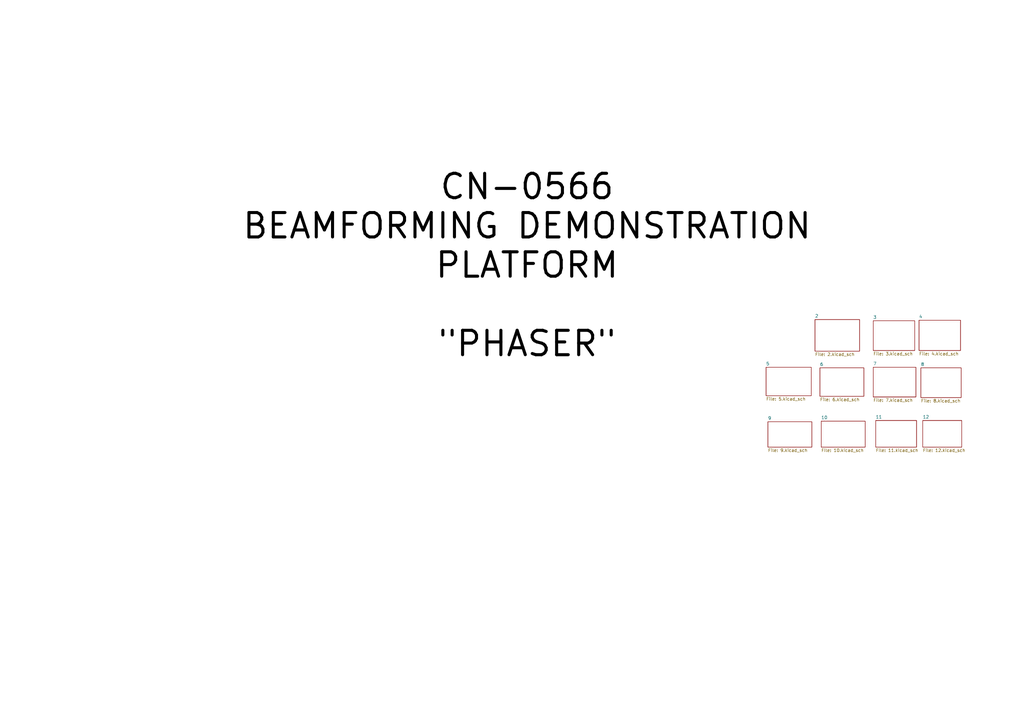
<source format=kicad_sch>
(kicad_sch
	(version 20250114)
	(generator "eeschema")
	(generator_version "9.0")
	(uuid "1b74eff2-580c-4b71-b276-daaf48eb9de6")
	(paper "A3")
	(lib_symbols)
	(text "CN-0566\nBEAMFORMING DEMONSTRATION\nPLATFORM\n\n\"PHASER\""
		(exclude_from_sim no)
		(at 216.154 108.966 0)
		(effects
			(font
				(size 10 10)
				(thickness 1.25)
				(color 0 0 0 1)
			)
		)
		(uuid "bd782d41-0485-446b-9f08-4d2d28957205")
	)
	(sheet
		(at 314.198 150.622)
		(size 18.542 11.684)
		(exclude_from_sim no)
		(in_bom yes)
		(on_board yes)
		(dnp no)
		(fields_autoplaced yes)
		(stroke
			(width 0.1524)
			(type solid)
		)
		(fill
			(color 0 0 0 0.0000)
		)
		(uuid "0b1914dc-be5b-4581-b42f-56de2ba5104f")
		(property "Sheetname" "5"
			(at 314.198 149.9104 0)
			(effects
				(font
					(size 1.27 1.27)
				)
				(justify left bottom)
			)
		)
		(property "Sheetfile" "5.kicad_sch"
			(at 314.198 162.8906 0)
			(effects
				(font
					(size 1.27 1.27)
				)
				(justify left top)
			)
		)
		(instances
			(project "PABA-DP"
				(path "/1b74eff2-580c-4b71-b276-daaf48eb9de6"
					(page "5")
				)
			)
		)
	)
	(sheet
		(at 376.936 131.318)
		(size 17.018 12.446)
		(exclude_from_sim no)
		(in_bom yes)
		(on_board yes)
		(dnp no)
		(fields_autoplaced yes)
		(stroke
			(width 0.1524)
			(type solid)
		)
		(fill
			(color 0 0 0 0.0000)
		)
		(uuid "14e8ad26-e8e7-4559-bbb0-15a3e89ef4b5")
		(property "Sheetname" "4"
			(at 376.936 130.6064 0)
			(effects
				(font
					(size 1.27 1.27)
				)
				(justify left bottom)
			)
		)
		(property "Sheetfile" "4.kicad_sch"
			(at 376.936 144.3486 0)
			(effects
				(font
					(size 1.27 1.27)
				)
				(justify left top)
			)
		)
		(instances
			(project "PABA-DP"
				(path "/1b74eff2-580c-4b71-b276-daaf48eb9de6"
					(page "4")
				)
			)
		)
	)
	(sheet
		(at 377.698 150.876)
		(size 16.51 12.192)
		(exclude_from_sim no)
		(in_bom yes)
		(on_board yes)
		(dnp no)
		(fields_autoplaced yes)
		(stroke
			(width 0.1524)
			(type solid)
		)
		(fill
			(color 0 0 0 0.0000)
		)
		(uuid "17819185-0b38-4038-ad82-8b610da734eb")
		(property "Sheetname" "8"
			(at 377.698 150.1644 0)
			(effects
				(font
					(size 1.27 1.27)
				)
				(justify left bottom)
			)
		)
		(property "Sheetfile" "8.kicad_sch"
			(at 377.698 163.6526 0)
			(effects
				(font
					(size 1.27 1.27)
				)
				(justify left top)
			)
		)
		(instances
			(project "PABA-DP"
				(path "/1b74eff2-580c-4b71-b276-daaf48eb9de6"
					(page "8")
				)
			)
		)
	)
	(sheet
		(at 336.296 150.876)
		(size 18.034 11.684)
		(exclude_from_sim no)
		(in_bom yes)
		(on_board yes)
		(dnp no)
		(fields_autoplaced yes)
		(stroke
			(width 0.1524)
			(type solid)
		)
		(fill
			(color 0 0 0 0.0000)
		)
		(uuid "1bb463f2-adb7-43c1-b2c9-0d8fc8ad8d0c")
		(property "Sheetname" "6"
			(at 336.296 150.1644 0)
			(effects
				(font
					(size 1.27 1.27)
				)
				(justify left bottom)
			)
		)
		(property "Sheetfile" "6.kicad_sch"
			(at 336.296 163.1446 0)
			(effects
				(font
					(size 1.27 1.27)
				)
				(justify left top)
			)
		)
		(instances
			(project "PABA-DP"
				(path "/1b74eff2-580c-4b71-b276-daaf48eb9de6"
					(page "6")
				)
			)
		)
	)
	(sheet
		(at 336.804 172.72)
		(size 18.034 10.668)
		(exclude_from_sim no)
		(in_bom yes)
		(on_board yes)
		(dnp no)
		(fields_autoplaced yes)
		(stroke
			(width 0.1524)
			(type solid)
		)
		(fill
			(color 0 0 0 0.0000)
		)
		(uuid "255b28b1-2c3c-4f46-be75-54eebaaa3690")
		(property "Sheetname" "10"
			(at 336.804 172.0084 0)
			(effects
				(font
					(size 1.27 1.27)
				)
				(justify left bottom)
			)
		)
		(property "Sheetfile" "10.kicad_sch"
			(at 336.804 183.9726 0)
			(effects
				(font
					(size 1.27 1.27)
				)
				(justify left top)
			)
		)
		(instances
			(project "PABA-DP"
				(path "/1b74eff2-580c-4b71-b276-daaf48eb9de6"
					(page "10")
				)
			)
		)
	)
	(sheet
		(at 359.156 172.466)
		(size 16.764 10.922)
		(exclude_from_sim no)
		(in_bom yes)
		(on_board yes)
		(dnp no)
		(fields_autoplaced yes)
		(stroke
			(width 0.1524)
			(type solid)
		)
		(fill
			(color 0 0 0 0.0000)
		)
		(uuid "36aa104a-a202-48cf-9fd8-262c151ad211")
		(property "Sheetname" "11"
			(at 359.156 171.7544 0)
			(effects
				(font
					(size 1.27 1.27)
				)
				(justify left bottom)
			)
		)
		(property "Sheetfile" "11.kicad_sch"
			(at 359.156 183.9726 0)
			(effects
				(font
					(size 1.27 1.27)
				)
				(justify left top)
			)
		)
		(instances
			(project "PABA-DP"
				(path "/1b74eff2-580c-4b71-b276-daaf48eb9de6"
					(page "11")
				)
			)
		)
	)
	(sheet
		(at 314.96 172.974)
		(size 18.034 10.414)
		(exclude_from_sim no)
		(in_bom yes)
		(on_board yes)
		(dnp no)
		(fields_autoplaced yes)
		(stroke
			(width 0.1524)
			(type solid)
		)
		(fill
			(color 0 0 0 0.0000)
		)
		(uuid "3f70e153-97cb-4183-b848-6b8fbc736da8")
		(property "Sheetname" "9"
			(at 314.96 172.2624 0)
			(effects
				(font
					(size 1.27 1.27)
				)
				(justify left bottom)
			)
		)
		(property "Sheetfile" "9.kicad_sch"
			(at 314.96 183.9726 0)
			(effects
				(font
					(size 1.27 1.27)
				)
				(justify left top)
			)
		)
		(instances
			(project "PABA-DP"
				(path "/1b74eff2-580c-4b71-b276-daaf48eb9de6"
					(page "9")
				)
			)
		)
	)
	(sheet
		(at 378.46 172.466)
		(size 16.002 10.922)
		(exclude_from_sim no)
		(in_bom yes)
		(on_board yes)
		(dnp no)
		(fields_autoplaced yes)
		(stroke
			(width 0.1524)
			(type solid)
		)
		(fill
			(color 0 0 0 0.0000)
		)
		(uuid "680c579b-d0d2-4d68-9c4f-a41f9ef541a4")
		(property "Sheetname" "12"
			(at 378.46 171.7544 0)
			(effects
				(font
					(size 1.27 1.27)
				)
				(justify left bottom)
			)
		)
		(property "Sheetfile" "12.kicad_sch"
			(at 378.46 183.9726 0)
			(effects
				(font
					(size 1.27 1.27)
				)
				(justify left top)
			)
		)
		(instances
			(project "PABA-DP"
				(path "/1b74eff2-580c-4b71-b276-daaf48eb9de6"
					(page "12")
				)
			)
		)
	)
	(sheet
		(at 358.14 131.572)
		(size 17.018 12.192)
		(exclude_from_sim no)
		(in_bom yes)
		(on_board yes)
		(dnp no)
		(fields_autoplaced yes)
		(stroke
			(width 0.1524)
			(type solid)
		)
		(fill
			(color 0 0 0 0.0000)
		)
		(uuid "68256175-a9c4-4004-953a-3c49a62a0a05")
		(property "Sheetname" "3"
			(at 358.14 130.8604 0)
			(effects
				(font
					(size 1.27 1.27)
				)
				(justify left bottom)
			)
		)
		(property "Sheetfile" "3.kicad_sch"
			(at 358.14 144.3486 0)
			(effects
				(font
					(size 1.27 1.27)
				)
				(justify left top)
			)
		)
		(instances
			(project "PABA-DP"
				(path "/1b74eff2-580c-4b71-b276-daaf48eb9de6"
					(page "3")
				)
			)
		)
	)
	(sheet
		(at 334.264 131.064)
		(size 18.288 12.954)
		(exclude_from_sim no)
		(in_bom yes)
		(on_board yes)
		(dnp no)
		(fields_autoplaced yes)
		(stroke
			(width 0.1524)
			(type solid)
		)
		(fill
			(color 0 0 0 0.0000)
		)
		(uuid "b8cd84bb-8a55-430e-87f8-eeb9e7365877")
		(property "Sheetname" "2"
			(at 334.264 130.3524 0)
			(effects
				(font
					(size 1.27 1.27)
				)
				(justify left bottom)
			)
		)
		(property "Sheetfile" "2.kicad_sch"
			(at 334.264 144.6026 0)
			(effects
				(font
					(size 1.27 1.27)
				)
				(justify left top)
			)
		)
		(instances
			(project "PABA-DP"
				(path "/1b74eff2-580c-4b71-b276-daaf48eb9de6"
					(page "2")
				)
			)
		)
	)
	(sheet
		(at 358.14 150.622)
		(size 17.526 12.192)
		(exclude_from_sim no)
		(in_bom yes)
		(on_board yes)
		(dnp no)
		(fields_autoplaced yes)
		(stroke
			(width 0.1524)
			(type solid)
		)
		(fill
			(color 0 0 0 0.0000)
		)
		(uuid "cd8f8cf4-52e4-4c10-b749-78082ccab946")
		(property "Sheetname" "7"
			(at 358.14 149.9104 0)
			(effects
				(font
					(size 1.27 1.27)
				)
				(justify left bottom)
			)
		)
		(property "Sheetfile" "7.kicad_sch"
			(at 358.14 163.3986 0)
			(effects
				(font
					(size 1.27 1.27)
				)
				(justify left top)
			)
		)
		(instances
			(project "PABA-DP"
				(path "/1b74eff2-580c-4b71-b276-daaf48eb9de6"
					(page "7")
				)
			)
		)
	)
	(sheet_instances
		(path "/"
			(page "1")
		)
	)
	(embedded_fonts no)
)

</source>
